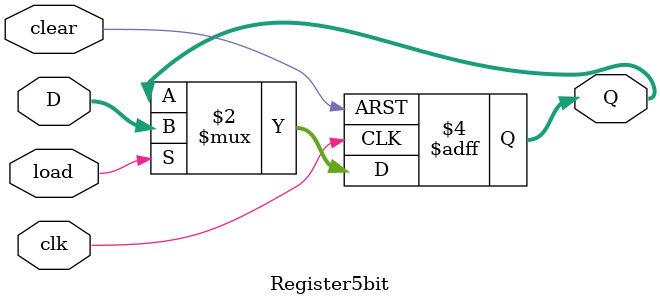
<source format=sv>
module Register5bit(
    input logic  clk, 
    input logic  clear, 
    input logic  load,
    input logic  [4:0] D,
    output logic [4:0] Q
    );

    always_ff @(posedge clk or posedge clear) begin
        if(clear)
            Q <= '0;
        else if(load)
            Q <= D;
    end

endmodule

</source>
